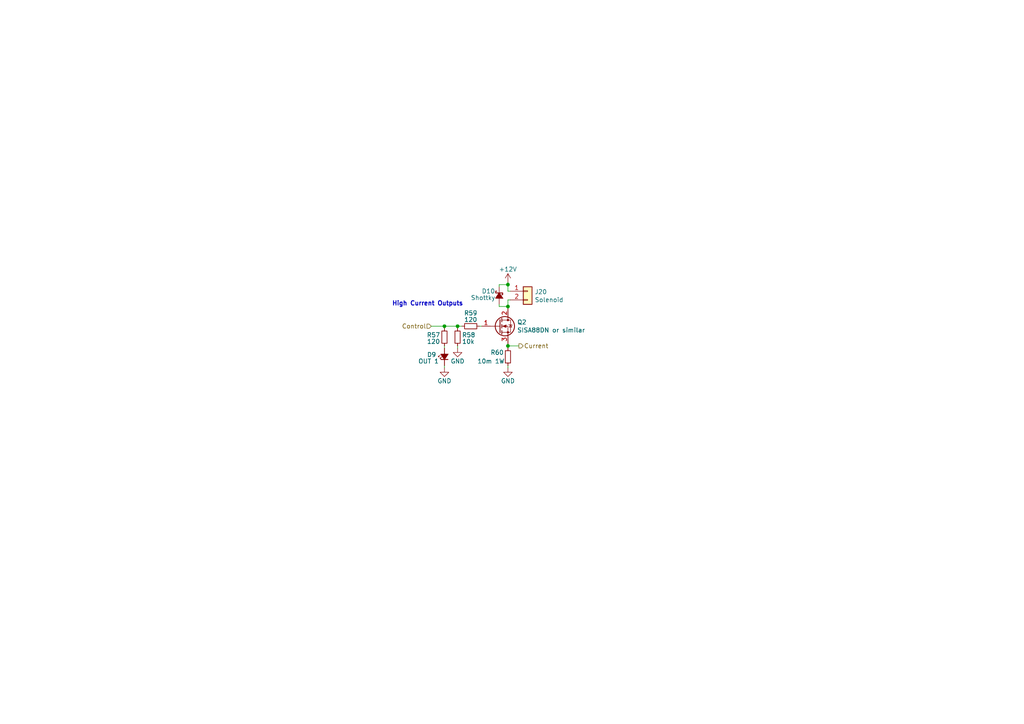
<source format=kicad_sch>
(kicad_sch (version 20211123) (generator eeschema)
  (paper "A4")
  (lib_symbols
    (symbol "Connector_Generic:Conn_01x02" (pin_names (offset 1.016) hide)
      (property "Reference" "J" (at 0 2.54 0))
      (property "Value" "Conn_01x02" (at 0 -5.08 0))
      (symbol "Conn_01x02_1_1"
        (rectangle (start -1.27 -2.413) (end 0 -2.667) (stroke (width 0.1524)))
        (rectangle (start -1.27 0.127) (end 0 -0.127) (stroke (width 0.1524)))
        (rectangle (start -1.27 1.27) (end 1.27 -3.81) (stroke (width 0.254)) (fill (type background)))
        (pin passive line (at -5.08 0 0) (length 3.81) (name "Pin_1") (number "1"))
        (pin passive line (at -5.08 -2.54 0) (length 3.81) (name "Pin_2") (number "2"))
      )
    )
    (symbol "Device:D_Schottky_Small_Filled" (pin_numbers hide) (pin_names (offset 0.254) hide)
      (property "Reference" "D" (at -1.27 2.032 0))
      (property "Value" "D_Schottky_Small_Filled" (at -7.112 -2.032 0))
      (symbol "D_Schottky_Small_Filled_0_1"
        (polyline (pts (xy -0.762 0) (xy 0.762 0)))
        (polyline (pts (xy 0.762 -1.016) (xy -0.762 0) (xy 0.762 1.016) (xy 0.762 -1.016)) (stroke (width 0.254)) (fill (type outline)))
        (polyline (pts (xy -1.27 0.762) (xy -1.27 1.016) (xy -0.762 1.016) (xy -0.762 -1.016) (xy -0.254 -1.016) (xy -0.254 -0.762)) (stroke (width 0.254)))
      )
      (symbol "D_Schottky_Small_Filled_1_1"
        (pin passive line (at -2.54 0 0) (length 1.778) (name "K") (number "1"))
        (pin passive line (at 2.54 0 180) (length 1.778) (name "A") (number "2"))
      )
    )
    (symbol "Device:LED_Small_Filled" (pin_numbers hide) (pin_names (offset 0.254) hide)
      (property "Reference" "D" (at -1.27 3.175 0))
      (property "Value" "LED_Small_Filled" (at -4.445 -2.54 0))
      (symbol "LED_Small_Filled_0_1"
        (polyline (pts (xy -0.762 -1.016) (xy -0.762 1.016)) (stroke (width 0.254)))
        (polyline (pts (xy 1.016 0) (xy -0.762 0)))
        (polyline (pts (xy 0.762 -1.016) (xy -0.762 0) (xy 0.762 1.016) (xy 0.762 -1.016)) (stroke (width 0.254)) (fill (type outline)))
        (polyline (pts (xy 0 0.762) (xy -0.508 1.27) (xy -0.254 1.27) (xy -0.508 1.27) (xy -0.508 1.016)))
        (polyline (pts (xy 0.508 1.27) (xy 0 1.778) (xy 0.254 1.778) (xy 0 1.778) (xy 0 1.524)))
      )
      (symbol "LED_Small_Filled_1_1"
        (pin passive line (at -2.54 0 0) (length 1.778) (name "K") (number "1"))
        (pin passive line (at 2.54 0 180) (length 1.778) (name "A") (number "2"))
      )
    )
    (symbol "Device:Q_NMOS_GDS" (pin_names (offset 0) hide)
      (property "Reference" "Q" (at 5.08 1.27 0))
      (property "Value" "Q_NMOS_GDS" (at 5.08 -1.27 0))
      (symbol "Q_NMOS_GDS_0_1"
        (polyline (pts (xy 0.254 0) (xy -2.54 0)))
        (polyline (pts (xy 0.254 1.905) (xy 0.254 -1.905)) (stroke (width 0.254)))
        (polyline (pts (xy 0.762 -1.27) (xy 0.762 -2.286)) (stroke (width 0.254)))
        (polyline (pts (xy 0.762 0.508) (xy 0.762 -0.508)) (stroke (width 0.254)))
        (polyline (pts (xy 0.762 2.286) (xy 0.762 1.27)) (stroke (width 0.254)))
        (polyline (pts (xy 2.54 2.54) (xy 2.54 1.778)))
        (polyline (pts (xy 2.54 -2.54) (xy 2.54 0) (xy 0.762 0)))
        (polyline (pts (xy 0.762 -1.778) (xy 3.302 -1.778) (xy 3.302 1.778) (xy 0.762 1.778)))
        (polyline (pts (xy 1.016 0) (xy 2.032 0.381) (xy 2.032 -0.381) (xy 1.016 0)) (fill (type outline)))
        (polyline (pts (xy 2.794 0.508) (xy 2.921 0.381) (xy 3.683 0.381) (xy 3.81 0.254)))
        (polyline (pts (xy 3.302 0.381) (xy 2.921 -0.254) (xy 3.683 -0.254) (xy 3.302 0.381)))
        (circle (center 1.651 0) (radius 2.794) (stroke (width 0.254)))
        (circle (center 2.54 -1.778) (radius 0.254) (fill (type outline)))
        (circle (center 2.54 1.778) (radius 0.254) (fill (type outline)))
      )
      (symbol "Q_NMOS_GDS_1_1"
        (pin input line (at -5.08 0 0) (length 2.54) (name "G") (number "1"))
        (pin passive line (at 2.54 5.08 270) (length 2.54) (name "D") (number "2"))
        (pin passive line (at 2.54 -5.08 90) (length 2.54) (name "S") (number "3"))
      )
    )
    (symbol "Device:R_Small" (pin_numbers hide) (pin_names (offset 0.254) hide)
      (property "Reference" "R" (at 0.762 0.508 0))
      (property "Value" "R_Small" (at 0.762 -1.016 0))
      (symbol "R_Small_0_1"
        (rectangle (start -0.762 1.778) (end 0.762 -1.778) (stroke (width 0.2032)))
      )
      (symbol "R_Small_1_1"
        (pin passive line (at 0 2.54 270) (length 0.762) (name "~") (number "1"))
        (pin passive line (at 0 -2.54 90) (length 0.762) (name "~") (number "2"))
      )
    )
    (symbol "power:+12V" (power) (pin_names (offset 0))
      (property "Value" "+12V" (at 0 3.556 0))
      (symbol "+12V_0_1"
        (polyline (pts (xy -0.762 1.27) (xy 0 2.54)))
        (polyline (pts (xy 0 0) (xy 0 2.54)))
        (polyline (pts (xy 0 2.54) (xy 0.762 1.27)))
      )
      (symbol "+12V_1_1"
        (pin power_in line (at 0 0 90) (length 0) hide (name "+12V") (number "1"))
      )
    )
    (symbol "power:GND" (power) (pin_names (offset 0))
      (property "Value" "GND" (at 0 -3.81 0))
      (symbol "GND_0_1"
        (polyline (pts (xy 0 0) (xy 0 -1.27) (xy 1.27 -1.27) (xy 0 -2.54) (xy -1.27 -1.27) (xy 0 -1.27)))
      )
      (symbol "GND_1_1"
        (pin power_in line (at 0 0 270) (length 0) hide (name "GND") (number "1"))
      )
    )
  )
  (junction (at 132.715 94.615))
  (junction (at 147.32 88.9))
  (junction (at 147.32 82.55))
  (junction (at 147.32 100.33))
  (junction (at 128.905 94.615))
  (wire (pts (xy 147.32 82.55) (xy 147.32 84.455)))
  (wire (pts (xy 132.715 95.25) (xy 132.715 94.615)))
  (wire (pts (xy 144.78 83.185) (xy 144.78 82.55)))
  (wire (pts (xy 147.32 84.455) (xy 147.955 84.455)))
  (wire (pts (xy 128.905 106.68) (xy 128.905 106.045)))
  (wire (pts (xy 147.32 106.045) (xy 147.32 106.68)))
  (wire (pts (xy 139.065 94.615) (xy 139.7 94.615)))
  (wire (pts (xy 128.905 95.25) (xy 128.905 94.615)))
  (wire (pts (xy 147.32 86.995) (xy 147.32 88.9)))
  (wire (pts (xy 128.905 100.33) (xy 128.905 100.965)))
  (wire (pts (xy 147.32 99.695) (xy 147.32 100.33)))
  (wire (pts (xy 132.715 100.965) (xy 132.715 100.33)))
  (wire (pts (xy 147.32 88.9) (xy 147.32 89.535)))
  (wire (pts (xy 128.905 94.615) (xy 132.715 94.615)))
  (wire (pts (xy 144.78 88.9) (xy 147.32 88.9)))
  (wire (pts (xy 147.32 86.995) (xy 147.955 86.995)))
  (wire (pts (xy 144.78 82.55) (xy 147.32 82.55)))
  (wire (pts (xy 132.715 94.615) (xy 133.985 94.615)))
  (wire (pts (xy 147.32 81.915) (xy 147.32 82.55)))
  (wire (pts (xy 125.095 94.615) (xy 128.905 94.615)))
  (wire (pts (xy 147.32 100.33) (xy 147.32 100.965)))
  (wire (pts (xy 147.32 100.33) (xy 150.495 100.33)))
  (wire (pts (xy 144.78 88.265) (xy 144.78 88.9)))
  (text "High Current Outputs" (at 113.665 88.9 0) (effects (font (size 1.27 1.27) (thickness 0.254) bold) (justify left bottom)))
  (hierarchical_label "Current" (shape output) (at 150.495 100.33 0))
  (hierarchical_label "Control" (shape input) (at 125.095 94.615 180))
  (symbol (lib_id "Connector_Generic:Conn_01x02") (at 153.035 84.455 0)
    (property "Reference" "J20" (at 155.067 84.6582 0) (effects (justify left)))
    (property "Value" "Solenoid" (at 155.067 86.9696 0) (effects (justify left)))
    (property "Footprint" "TXV_LIB:Molex_Nano-Fit_105309-xx02_1x02_P2.50mm_Vertical" (effects hide))
  )
  (symbol (lib_id "power:+12V") (at 147.32 81.915 0)
    (property "Reference" "#PWR0176" (effects hide))
    (property "Value" "+12V" (at 147.32 78.105 0))
  )
  (symbol (lib_id "Device:D_Schottky_Small_Filled") (at 144.78 85.725 90) (mirror x)
    (property "Reference" "D10" (at 139.7 84.455 90) (effects (justify right)))
    (property "Value" "Shottky" (at 136.525 86.36 90) (effects (justify right)))
    (property "Footprint" "Diode_SMD:D_SOD-123F" (effects hide))
  )
  (symbol (lib_id "Device:R_Small") (at 132.715 97.79 180)
    (property "Reference" "R58" (at 133.985 97.155 0) (effects (justify right)))
    (property "Value" "10k" (at 133.985 99.06 0) (effects (justify right)))
    (property "Footprint" "Resistor_SMD:R_0603_1608Metric" (effects hide))
  )
  (symbol (lib_id "power:GND") (at 147.32 106.68 0)
    (property "Reference" "#PWR0177" (effects hide))
    (property "Value" "GND" (at 147.32 110.49 0))
  )
  (symbol (lib_id "Device:R_Small") (at 136.525 94.615 90)
    (property "Reference" "R59" (at 136.525 90.805 90))
    (property "Value" "120" (at 136.525 92.71 90))
    (property "Footprint" "Resistor_SMD:R_0603_1608Metric" (effects hide))
  )
  (symbol (lib_id "Device:R_Small") (at 147.32 103.505 0)
    (property "Reference" "R60" (at 142.24 102.235 0) (effects (justify left)))
    (property "Value" "10m 1W" (at 138.43 104.775 0) (effects (justify left)))
    (property "Footprint" "Resistor_SMD:R_1206_3216Metric" (effects hide))
    (property "Type" "ULR1S-R005FT2" (effects hide))
  )
  (symbol (lib_id "Device:LED_Small_Filled") (at 128.905 103.505 90)
    (property "Reference" "D9" (at 123.825 102.87 90) (effects (justify right)))
    (property "Value" "OUT 1" (at 121.285 104.775 90) (effects (justify right)))
    (property "Footprint" "LED_SMD:LED_0603_1608Metric" (effects hide))
  )
  (symbol (lib_id "power:GND") (at 128.905 106.68 0)
    (property "Reference" "#PWR0178" (effects hide))
    (property "Value" "GND" (at 128.905 110.49 0))
  )
  (symbol (lib_id "power:GND") (at 132.715 100.965 0)
    (property "Reference" "#PWR0179" (effects hide))
    (property "Value" "GND" (at 132.715 104.775 0))
  )
  (symbol (lib_id "Device:R_Small") (at 128.905 97.79 0)
    (property "Reference" "R57" (at 125.73 97.155 0))
    (property "Value" "120" (at 125.73 99.06 0))
    (property "Footprint" "Resistor_SMD:R_0603_1608Metric" (effects hide))
  )
  (symbol (lib_id "Device:Q_NMOS_GDS") (at 144.78 94.615 0)
    (property "Reference" "Q2" (at 149.987 93.4466 0) (effects (justify left)))
    (property "Value" "SISA88DN or similar" (at 149.987 95.758 0) (effects (justify left)))
    (property "Footprint" "TXV_LIB:PowerPAK_1212-8" (effects hide))
  )
)
</source>
